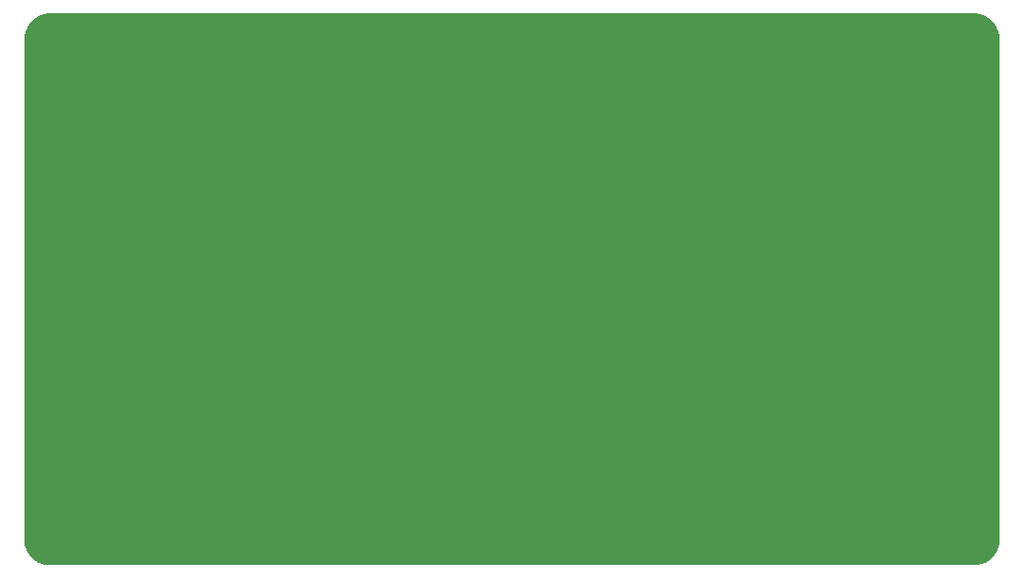
<source format=gbr>
%TF.GenerationSoftware,KiCad,Pcbnew,8.0.2-1*%
%TF.CreationDate,2024-06-21T15:15:19-04:00*%
%TF.ProjectId,businessCard,62757369-6e65-4737-9343-6172642e6b69,rev?*%
%TF.SameCoordinates,Original*%
%TF.FileFunction,Copper,L1,Top*%
%TF.FilePolarity,Positive*%
%FSLAX46Y46*%
G04 Gerber Fmt 4.6, Leading zero omitted, Abs format (unit mm)*
G04 Created by KiCad (PCBNEW 8.0.2-1) date 2024-06-21 15:15:19*
%MOMM*%
%LPD*%
G01*
G04 APERTURE LIST*
G04 APERTURE END LIST*
%TA.AperFunction,NonConductor*%
G36*
X185796261Y-40500540D02*
G01*
X185802984Y-40500709D01*
X185917657Y-40503609D01*
X185923886Y-40503924D01*
X186035604Y-40512418D01*
X186041772Y-40513043D01*
X186151695Y-40527012D01*
X186157801Y-40527945D01*
X186265783Y-40547228D01*
X186271862Y-40548472D01*
X186282367Y-40550896D01*
X186377854Y-40572934D01*
X186383789Y-40574461D01*
X186487754Y-40603984D01*
X186493562Y-40605790D01*
X186595313Y-40640219D01*
X186595325Y-40640223D01*
X186601050Y-40642318D01*
X186700546Y-40681547D01*
X186706083Y-40683889D01*
X186803172Y-40727782D01*
X186808597Y-40730395D01*
X186808641Y-40730418D01*
X186903133Y-40778815D01*
X186908414Y-40781683D01*
X187000291Y-40834510D01*
X187005406Y-40837618D01*
X187094453Y-40894705D01*
X187099391Y-40898041D01*
X187185491Y-40959268D01*
X187190246Y-40962823D01*
X187273230Y-41028036D01*
X187273241Y-41028044D01*
X187277811Y-41031816D01*
X187357568Y-41100903D01*
X187361908Y-41104847D01*
X187438294Y-41177673D01*
X187442450Y-41181829D01*
X187515267Y-41258204D01*
X187519220Y-41262553D01*
X187588329Y-41342335D01*
X187592058Y-41346854D01*
X187617798Y-41379608D01*
X187657303Y-41429879D01*
X187660859Y-41434635D01*
X187722077Y-41520722D01*
X187725413Y-41525660D01*
X187782512Y-41614727D01*
X187785619Y-41619841D01*
X187838442Y-41711709D01*
X187841311Y-41716990D01*
X187889719Y-41811502D01*
X187892343Y-41816949D01*
X187936222Y-41914008D01*
X187938589Y-41919606D01*
X187977810Y-42019080D01*
X187979911Y-42024819D01*
X188014323Y-42126520D01*
X188016149Y-42132390D01*
X188039698Y-42215318D01*
X188045660Y-42236311D01*
X188047200Y-42242300D01*
X188071654Y-42348256D01*
X188072899Y-42354342D01*
X188092177Y-42462295D01*
X188093119Y-42468463D01*
X188107079Y-42578323D01*
X188107711Y-42584551D01*
X188116203Y-42696220D01*
X188116520Y-42702488D01*
X188119590Y-42823866D01*
X188119630Y-42827001D01*
X188119630Y-87819007D01*
X188119590Y-87822142D01*
X188116520Y-87943518D01*
X188116203Y-87949785D01*
X188107711Y-88061455D01*
X188107079Y-88067684D01*
X188093119Y-88177545D01*
X188092177Y-88183713D01*
X188072900Y-88291657D01*
X188071655Y-88297743D01*
X188047199Y-88403710D01*
X188045659Y-88409698D01*
X188016151Y-88513609D01*
X188014325Y-88519480D01*
X187979904Y-88621207D01*
X187977803Y-88626946D01*
X187938596Y-88726385D01*
X187936228Y-88731984D01*
X187892342Y-88829056D01*
X187889719Y-88834502D01*
X187841311Y-88929015D01*
X187838442Y-88934296D01*
X187785619Y-89026164D01*
X187782512Y-89031278D01*
X187725413Y-89120345D01*
X187722077Y-89125283D01*
X187660859Y-89211370D01*
X187657303Y-89216126D01*
X187592073Y-89299133D01*
X187588311Y-89303691D01*
X187547226Y-89351122D01*
X187519246Y-89383423D01*
X187515267Y-89387801D01*
X187442449Y-89464177D01*
X187438268Y-89468358D01*
X187361950Y-89541121D01*
X187357572Y-89545100D01*
X187277812Y-89614190D01*
X187273242Y-89617961D01*
X187190246Y-89683183D01*
X187185490Y-89686740D01*
X187099388Y-89747969D01*
X187094448Y-89751306D01*
X187005398Y-89808394D01*
X187000286Y-89811500D01*
X186908422Y-89864321D01*
X186903138Y-89867190D01*
X186808607Y-89915606D01*
X186803162Y-89918230D01*
X186706101Y-89962110D01*
X186700503Y-89964477D01*
X186601069Y-90003683D01*
X186601066Y-90003684D01*
X186595326Y-90005785D01*
X186493599Y-90040206D01*
X186487728Y-90042032D01*
X186383820Y-90071539D01*
X186377832Y-90073079D01*
X186271862Y-90097536D01*
X186265776Y-90098781D01*
X186157832Y-90118058D01*
X186151664Y-90119000D01*
X186041800Y-90132960D01*
X186035572Y-90133592D01*
X185923907Y-90142084D01*
X185917639Y-90142401D01*
X185796262Y-90145471D01*
X185793127Y-90145511D01*
X102801109Y-90145511D01*
X102797974Y-90145471D01*
X102676597Y-90142401D01*
X102670330Y-90142084D01*
X102558660Y-90133592D01*
X102552431Y-90132960D01*
X102442573Y-90119000D01*
X102436405Y-90118058D01*
X102328454Y-90098780D01*
X102322372Y-90097535D01*
X102295042Y-90091228D01*
X102216414Y-90073082D01*
X102210426Y-90071542D01*
X102106511Y-90042033D01*
X102100640Y-90040207D01*
X101998908Y-90005784D01*
X101993170Y-90003683D01*
X101893739Y-89964480D01*
X101888139Y-89962112D01*
X101791049Y-89918218D01*
X101785605Y-89915596D01*
X101691104Y-89867196D01*
X101685819Y-89864325D01*
X101593942Y-89811495D01*
X101588831Y-89808390D01*
X101499775Y-89751298D01*
X101494847Y-89747969D01*
X101408728Y-89686727D01*
X101403979Y-89683176D01*
X101333779Y-89628011D01*
X101320976Y-89617950D01*
X101316409Y-89614180D01*
X101236674Y-89545112D01*
X101232319Y-89541155D01*
X101155963Y-89468355D01*
X101151786Y-89464178D01*
X101078984Y-89387819D01*
X101075005Y-89383441D01*
X101005925Y-89303693D01*
X101002154Y-89299123D01*
X100936932Y-89216127D01*
X100933386Y-89211385D01*
X100872124Y-89125236D01*
X100868810Y-89120330D01*
X100868107Y-89119234D01*
X100811721Y-89031278D01*
X100808620Y-89026175D01*
X100755792Y-88934299D01*
X100755790Y-88934296D01*
X100755784Y-88934285D01*
X100752922Y-88929015D01*
X100741166Y-88906061D01*
X100704497Y-88834464D01*
X100701892Y-88829056D01*
X100657997Y-88731962D01*
X100655653Y-88726419D01*
X100616417Y-88626906D01*
X100614341Y-88621234D01*
X100579902Y-88519454D01*
X100578092Y-88513635D01*
X100548568Y-88409667D01*
X100547049Y-88403761D01*
X100522572Y-88297714D01*
X100521335Y-88291662D01*
X100502059Y-88183718D01*
X100501117Y-88177551D01*
X100499359Y-88163718D01*
X100487155Y-88067676D01*
X100486524Y-88061455D01*
X100485691Y-88050495D01*
X100478030Y-87949765D01*
X100477715Y-87943518D01*
X100474647Y-87822142D01*
X100474607Y-87819009D01*
X100474607Y-42827000D01*
X100474647Y-42823867D01*
X100477715Y-42702489D01*
X100477716Y-42702488D01*
X100477715Y-42702469D01*
X100478030Y-42696244D01*
X100486524Y-42584549D01*
X100487156Y-42578327D01*
X100499611Y-42480311D01*
X100501120Y-42468432D01*
X100502056Y-42462308D01*
X100521337Y-42354334D01*
X100522577Y-42348276D01*
X100547041Y-42242285D01*
X100548580Y-42236300D01*
X100554539Y-42215316D01*
X100578094Y-42132364D01*
X100579896Y-42126569D01*
X100614340Y-42024772D01*
X100616417Y-42019099D01*
X100655656Y-41919577D01*
X100657994Y-41914049D01*
X100701906Y-41816917D01*
X100704500Y-41811533D01*
X100752923Y-41716990D01*
X100755792Y-41711708D01*
X100808620Y-41619831D01*
X100811721Y-41614727D01*
X100868831Y-41525643D01*
X100872110Y-41520787D01*
X100933400Y-41434599D01*
X100936920Y-41429893D01*
X101002171Y-41346860D01*
X101005903Y-41342337D01*
X101075050Y-41262511D01*
X101078967Y-41258204D01*
X101151805Y-41181807D01*
X101155916Y-41177696D01*
X101232321Y-41104849D01*
X101236620Y-41100941D01*
X101316441Y-41031799D01*
X101320976Y-41028056D01*
X101403998Y-40962814D01*
X101408718Y-40959286D01*
X101494841Y-40898043D01*
X101499779Y-40894707D01*
X101513171Y-40886122D01*
X101588853Y-40837602D01*
X101593921Y-40834522D01*
X101685885Y-40781644D01*
X101691032Y-40778848D01*
X101785654Y-40730386D01*
X101791000Y-40727810D01*
X101888166Y-40683882D01*
X101893705Y-40681540D01*
X101993216Y-40642306D01*
X101998840Y-40640246D01*
X102100697Y-40605782D01*
X102106489Y-40603981D01*
X102210431Y-40574464D01*
X102216389Y-40572932D01*
X102322410Y-40548464D01*
X102328420Y-40547234D01*
X102436425Y-40527946D01*
X102442547Y-40527011D01*
X102552469Y-40513042D01*
X102558622Y-40512418D01*
X102670351Y-40503923D01*
X102676576Y-40503609D01*
X102791549Y-40500702D01*
X102797975Y-40500540D01*
X102801108Y-40500500D01*
X185793128Y-40500500D01*
X185796261Y-40500540D01*
G37*
%TD.AperFunction*%
M02*

</source>
